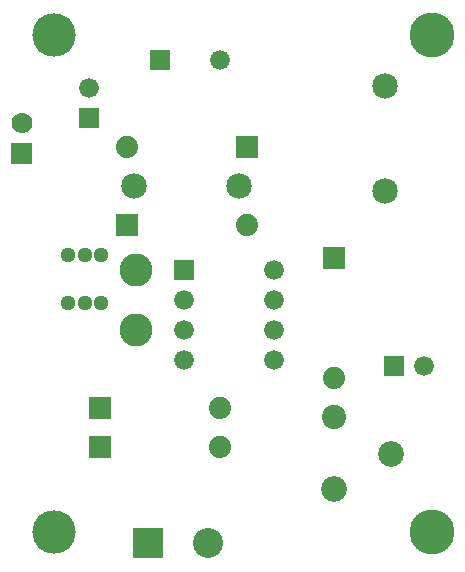
<source format=gbs>
G04 start of page 12 for group -4062 idx -4062 *
G04 Title: (unknown), soldermask *
G04 Creator: pcb 20110918 *
G04 CreationDate: Tue 15 Sep 2015 17:39:26 GMT UTC *
G04 For: ksarkies *
G04 Format: Gerber/RS-274X *
G04 PCB-Dimensions: 157480 196850 *
G04 PCB-Coordinate-Origin: lower left *
%MOIN*%
%FSLAX25Y25*%
%LNBOTTOMMASK*%
%ADD199C,0.1500*%
%ADD198C,0.0810*%
%ADD197C,0.0510*%
%ADD196C,0.0700*%
%ADD195C,0.0850*%
%ADD194C,0.1100*%
%ADD193C,0.0740*%
%ADD192C,0.0660*%
%ADD191C,0.1450*%
%ADD190C,0.1000*%
%ADD189C,0.0001*%
%ADD188C,0.0860*%
G54D188*X109000Y29850D03*
G54D189*G36*
X42244Y16811D02*Y6811D01*
X52244D01*
Y16811D01*
X42244D01*
G37*
G54D190*X67244Y11811D03*
G54D191*X15748Y15748D03*
G54D189*G36*
X27300Y47550D02*Y40150D01*
X34700D01*
Y47550D01*
X27300D01*
G37*
G36*
Y60550D02*Y53150D01*
X34700D01*
Y60550D01*
X27300D01*
G37*
G54D192*X89000Y72850D03*
G54D193*X71000Y43850D03*
Y56850D03*
G54D192*X89000Y82850D03*
Y92850D03*
Y102850D03*
G54D194*X43000Y82850D03*
G54D189*G36*
X47700Y176150D02*Y169550D01*
X54300D01*
Y176150D01*
X47700D01*
G37*
G54D192*X71000Y172850D03*
G54D195*X77500Y130850D03*
G54D189*G36*
X76300Y147550D02*Y140150D01*
X83700D01*
Y147550D01*
X76300D01*
G37*
G54D193*X80000Y117850D03*
G54D189*G36*
X1500Y145350D02*Y138350D01*
X8500D01*
Y145350D01*
X1500D01*
G37*
G54D195*X42500Y130850D03*
G54D193*X40000Y143850D03*
G54D189*G36*
X24259Y156843D02*Y150243D01*
X30859D01*
Y156843D01*
X24259D01*
G37*
G54D192*X27559Y163543D03*
G54D191*X15748Y181102D03*
G54D196*X5000Y151850D03*
G54D189*G36*
X36300Y121550D02*Y114150D01*
X43700D01*
Y121550D01*
X36300D01*
G37*
G54D197*X31500Y107850D03*
X20500D03*
X26000D03*
X20500Y91850D03*
X26000D03*
X31500D03*
G54D189*G36*
X55700Y106150D02*Y99550D01*
X62300D01*
Y106150D01*
X55700D01*
G37*
G54D192*X59000Y92850D03*
Y82850D03*
Y72850D03*
G54D194*X43000Y102850D03*
G54D189*G36*
X105300Y110550D02*Y103150D01*
X112700D01*
Y110550D01*
X105300D01*
G37*
G54D198*X109000Y53850D03*
G54D188*X128000Y41750D03*
G54D193*X109000Y66850D03*
G54D189*G36*
X125700Y74150D02*Y67550D01*
X132300D01*
Y74150D01*
X125700D01*
G37*
G54D192*X139000Y70850D03*
G54D199*X141732Y15748D03*
G54D195*X126000Y129350D03*
G54D199*X141732Y181102D03*
G54D195*X126000Y164350D03*
M02*

</source>
